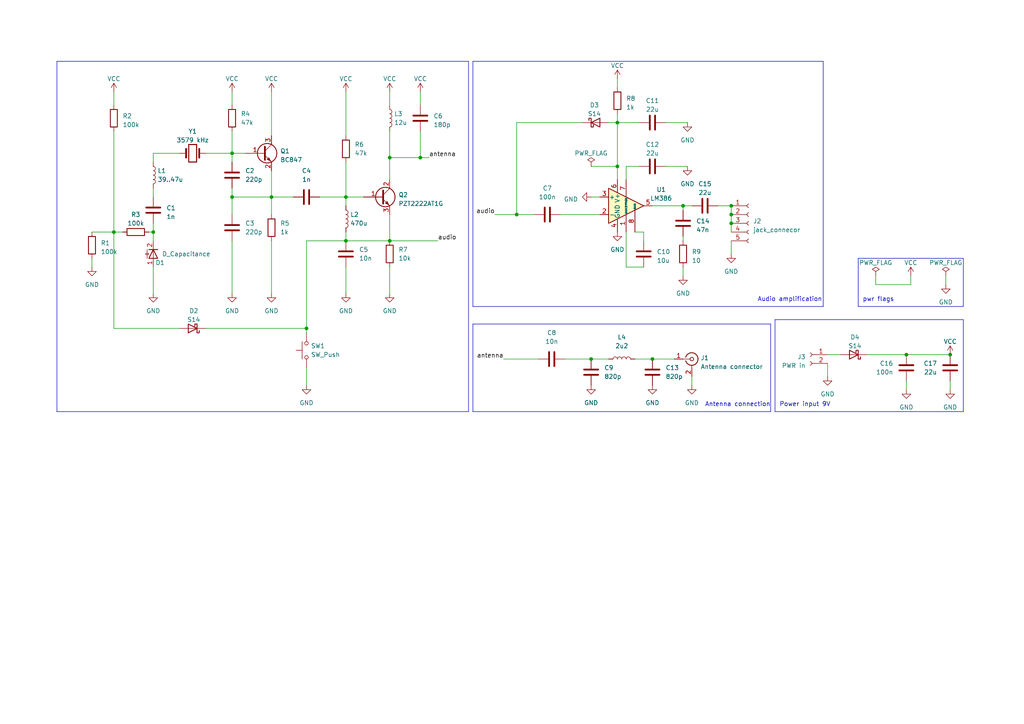
<source format=kicad_sch>
(kicad_sch (version 20230121) (generator eeschema)
  (paper "A4")
  (title_block (title "Morse Transciever BME") (date "2023-03-08"))
  (lib_symbols
    (symbol "Amplifier_Audio:LM386" (pin_names (offset 0.127))
      (property "Reference" "U" (at 1.27 7.62 0))
      (property "Value" "LM386" (at 1.27 5.08 0))
      (symbol "LM386_0_1"
        (polyline (pts (xy 5.08 0) (xy -5.08 5.08) (xy -5.08 -5.08) (xy 5.08 0)) (stroke (width 0.254)) (fill (type background)))
      )
      (symbol "LM386_1_1"
        (pin input line (at 0 -7.62 90) (length 5.08) (name "GAIN") (number "1"))
        (pin input line (at -7.62 -2.54 0) (length 2.54) (name "-") (number "2"))
        (pin input line (at -7.62 2.54 0) (length 2.54) (name "+") (number "3"))
        (pin power_in line (at -2.54 -7.62 90) (length 3.81) (name "GND") (number "4"))
        (pin output line (at 7.62 0 180) (length 2.54) (name "~") (number "5"))
        (pin power_in line (at -2.54 7.62 270) (length 3.81) (name "V+") (number "6"))
        (pin input line (at 0 7.62 270) (length 5.08) (name "BYPASS") (number "7"))
        (pin input line (at 2.54 -7.62 90) (length 6.35) (name "GAIN") (number "8"))
      )
    )
    (symbol "Connector:Conn_01x02_Socket" (pin_names (offset 1.016) hide)
      (property "Reference" "J" (at 0 2.54 0))
      (property "Value" "Conn_01x02_Socket" (at 0 -5.08 0))
      (symbol "Conn_01x02_Socket_1_1"
        (arc (start 0 -2.032) (mid -0.5058 -2.54) (end 0 -3.048) (stroke (width 0.1524)))
        (polyline (pts (xy -1.27 -2.54) (xy -0.508 -2.54)) (stroke (width 0.1524)))
        (polyline (pts (xy -1.27 0) (xy -0.508 0)) (stroke (width 0.1524)))
        (arc (start 0 0.508) (mid -0.5058 0) (end 0 -0.508) (stroke (width 0.1524)))
        (pin passive line (at -5.08 0 0) (length 3.81) (name "Pin_1") (number "1"))
        (pin passive line (at -5.08 -2.54 0) (length 3.81) (name "Pin_2") (number "2"))
      )
    )
    (symbol "Connector:Conn_01x05_Socket" (pin_names (offset 1.016) hide)
      (property "Reference" "J" (at 0 7.62 0))
      (property "Value" "Conn_01x05_Socket" (at 0 -7.62 0))
      (symbol "Conn_01x05_Socket_1_1"
        (arc (start 0 -4.572) (mid -0.5058 -5.08) (end 0 -5.588) (stroke (width 0.1524)))
        (arc (start 0 -2.032) (mid -0.5058 -2.54) (end 0 -3.048) (stroke (width 0.1524)))
        (polyline (pts (xy -1.27 -5.08) (xy -0.508 -5.08)) (stroke (width 0.1524)))
        (polyline (pts (xy -1.27 -2.54) (xy -0.508 -2.54)) (stroke (width 0.1524)))
        (polyline (pts (xy -1.27 0) (xy -0.508 0)) (stroke (width 0.1524)))
        (polyline (pts (xy -1.27 2.54) (xy -0.508 2.54)) (stroke (width 0.1524)))
        (polyline (pts (xy -1.27 5.08) (xy -0.508 5.08)) (stroke (width 0.1524)))
        (arc (start 0 0.508) (mid -0.5058 0) (end 0 -0.508) (stroke (width 0.1524)))
        (arc (start 0 3.048) (mid -0.5058 2.54) (end 0 2.032) (stroke (width 0.1524)))
        (arc (start 0 5.588) (mid -0.5058 5.08) (end 0 4.572) (stroke (width 0.1524)))
        (pin passive line (at -5.08 5.08 0) (length 3.81) (name "Pin_1") (number "1"))
        (pin passive line (at -5.08 2.54 0) (length 3.81) (name "Pin_2") (number "2"))
        (pin passive line (at -5.08 0 0) (length 3.81) (name "Pin_3") (number "3"))
        (pin passive line (at -5.08 -2.54 0) (length 3.81) (name "Pin_4") (number "4"))
        (pin passive line (at -5.08 -5.08 0) (length 3.81) (name "Pin_5") (number "5"))
      )
    )
    (symbol "Connector:Conn_Coaxial" (pin_names (offset 1.016) hide)
      (property "Reference" "J" (at 0.254 3.048 0))
      (property "Value" "Conn_Coaxial" (at 2.921 0 90))
      (symbol "Conn_Coaxial_0_1"
        (arc (start -1.778 -0.508) (mid 0.2311 -1.8066) (end 1.778 0) (stroke (width 0.254)))
        (polyline (pts (xy -2.54 0) (xy -0.508 0)))
        (polyline (pts (xy 0 -2.54) (xy 0 -1.778)))
        (circle (center 0 0) (radius 0.508) (stroke (width 0.2032)))
        (arc (start 1.778 0) (mid 0.2099 1.8101) (end -1.778 0.508) (stroke (width 0.254)))
      )
      (symbol "Conn_Coaxial_1_1"
        (pin passive line (at -5.08 0 0) (length 2.54) (name "In") (number "1"))
        (pin passive line (at 0 -5.08 90) (length 2.54) (name "Ext") (number "2"))
      )
    )
    (symbol "Device:C" (pin_numbers hide) (pin_names (offset 0.254))
      (property "Reference" "C" (at 0.635 2.54 0))
      (property "Value" "C" (at 0.635 -2.54 0))
      (symbol "C_0_1"
        (polyline (pts (xy -2.032 -0.762) (xy 2.032 -0.762)) (stroke (width 0.508)))
        (polyline (pts (xy -2.032 0.762) (xy 2.032 0.762)) (stroke (width 0.508)))
      )
      (symbol "C_1_1"
        (pin passive line (at 0 3.81 270) (length 2.794) (name "~") (number "1"))
        (pin passive line (at 0 -3.81 90) (length 2.794) (name "~") (number "2"))
      )
    )
    (symbol "Device:Crystal" (pin_numbers hide) (pin_names (offset 1.016) hide)
      (property "Reference" "Y" (at 0 3.81 0))
      (property "Value" "Crystal" (at 0 -3.81 0))
      (symbol "Crystal_0_1"
        (rectangle (start -1.143 2.54) (end 1.143 -2.54) (stroke (width 0.3048)))
        (polyline (pts (xy -2.54 0) (xy -1.905 0)))
        (polyline (pts (xy -1.905 -1.27) (xy -1.905 1.27)) (stroke (width 0.508)))
        (polyline (pts (xy 1.905 -1.27) (xy 1.905 1.27)) (stroke (width 0.508)))
        (polyline (pts (xy 2.54 0) (xy 1.905 0)))
      )
      (symbol "Crystal_1_1"
        (pin passive line (at -3.81 0 0) (length 1.27) (name "1") (number "1"))
        (pin passive line (at 3.81 0 180) (length 1.27) (name "2") (number "2"))
      )
    )
    (symbol "Device:D_Capacitance" (pin_names (offset 1.016) hide)
      (property "Reference" "D1" (at 2.54 0.635 90))
      (property "Value" "D_Capacitance" (at 2.54 -1.905 90))
      (symbol "D_Capacitance_0_1"
        (polyline (pts (xy -1.27 -1.778) (xy -0.1524 -1.778)))
        (polyline (pts (xy -1.27 0) (xy 1.27 0)))
        (polyline (pts (xy -1.27 1.27) (xy -1.27 -1.27)) (stroke (width 0.254)))
        (polyline (pts (xy -0.1524 -1.27) (xy -0.1524 -2.286)))
        (polyline (pts (xy 0.1524 -1.778) (xy 1.27 -1.778)))
        (polyline (pts (xy 0.1524 -1.27) (xy 0.1524 -2.286)))
        (polyline (pts (xy 1.27 1.27) (xy 1.27 -1.27) (xy -1.27 0) (xy 1.27 1.27)) (stroke (width 0.254)))
      )
      (symbol "D_Capacitance_1_1"
        (pin passive line (at 3.81 0 180) (length 2.54) (name "K") (number "1"))
        (pin passive line (at -3.81 0 0) (length 2.54) (name "A") (number "2"))
      )
    )
    (symbol "Device:D_Schottky" (pin_numbers hide) (pin_names (offset 1.016) hide)
      (property "Reference" "D" (at 0 2.54 0))
      (property "Value" "D_Schottky" (at 0 -2.54 0))
      (symbol "D_Schottky_0_1"
        (polyline (pts (xy 1.27 0) (xy -1.27 0)))
        (polyline (pts (xy 1.27 1.27) (xy 1.27 -1.27) (xy -1.27 0) (xy 1.27 1.27)) (stroke (width 0.254)))
        (polyline (pts (xy -1.905 0.635) (xy -1.905 1.27) (xy -1.27 1.27) (xy -1.27 -1.27) (xy -0.635 -1.27) (xy -0.635 -0.635)) (stroke (width 0.254)))
      )
      (symbol "D_Schottky_1_1"
        (pin passive line (at -3.81 0 0) (length 2.54) (name "K") (number "1"))
        (pin passive line (at 3.81 0 180) (length 2.54) (name "A") (number "2"))
      )
    )
    (symbol "Device:L" (pin_numbers hide) (pin_names (offset 1.016) hide)
      (property "Reference" "L" (at -1.27 0 90))
      (property "Value" "L" (at 1.905 0 90))
      (symbol "L_0_1"
        (arc (start 0 -2.54) (mid 0.6323 -1.905) (end 0 -1.27))
        (arc (start 0 -1.27) (mid 0.6323 -0.635) (end 0 0))
        (arc (start 0 0) (mid 0.6323 0.635) (end 0 1.27))
        (arc (start 0 1.27) (mid 0.6323 1.905) (end 0 2.54))
      )
      (symbol "L_1_1"
        (pin passive line (at 0 3.81 270) (length 1.27) (name "1") (number "1"))
        (pin passive line (at 0 -3.81 90) (length 1.27) (name "2") (number "2"))
      )
    )
    (symbol "Device:Q_NPN_BCE" (pin_names (offset 0) hide)
      (property "Reference" "Q" (at 5.08 1.27 0))
      (property "Value" "Q_NPN_BCE" (at 5.08 -1.27 0))
      (symbol "Q_NPN_BCE_0_1"
        (polyline (pts (xy 0.635 0.635) (xy 2.54 2.54)))
        (polyline (pts (xy 0.635 -0.635) (xy 2.54 -2.54) (xy 2.54 -2.54)))
        (polyline (pts (xy 0.635 1.905) (xy 0.635 -1.905) (xy 0.635 -1.905)) (stroke (width 0.508)))
        (polyline (pts (xy 1.27 -1.778) (xy 1.778 -1.27) (xy 2.286 -2.286) (xy 1.27 -1.778) (xy 1.27 -1.778)) (fill (type outline)))
        (circle (center 1.27 0) (radius 2.8194) (stroke (width 0.254)))
      )
      (symbol "Q_NPN_BCE_1_1"
        (pin input line (at -5.08 0 0) (length 5.715) (name "B") (number "1"))
        (pin passive line (at 2.54 5.08 270) (length 2.54) (name "C") (number "2"))
        (pin passive line (at 2.54 -5.08 90) (length 2.54) (name "E") (number "3"))
      )
    )
    (symbol "Device:R" (pin_numbers hide) (pin_names (offset 0))
      (property "Reference" "R" (at 2.032 0 90))
      (property "Value" "R" (at 0 0 90))
      (symbol "R_0_1"
        (rectangle (start -1.016 -2.54) (end 1.016 2.54) (stroke (width 0.254)))
      )
      (symbol "R_1_1"
        (pin passive line (at 0 3.81 270) (length 1.27) (name "~") (number "1"))
        (pin passive line (at 0 -3.81 90) (length 1.27) (name "~") (number "2"))
      )
    )
    (symbol "Switch:SW_Push" (pin_numbers hide) (pin_names (offset 1.016) hide)
      (property "Reference" "SW" (at 1.27 2.54 0))
      (property "Value" "SW_Push" (at 0 -1.524 0))
      (symbol "SW_Push_0_1"
        (circle (center -2.032 0) (radius 0.508))
        (polyline (pts (xy 0 1.27) (xy 0 3.048)))
        (polyline (pts (xy 2.54 1.27) (xy -2.54 1.27)))
        (circle (center 2.032 0) (radius 0.508))
        (pin passive line (at -5.08 0 0) (length 2.54) (name "1") (number "1"))
        (pin passive line (at 5.08 0 180) (length 2.54) (name "2") (number "2"))
      )
    )
    (symbol "Transistor_BJT:BC847" (pin_names (offset 0) hide)
      (property "Reference" "Q" (at 5.08 1.905 0))
      (property "Value" "BC847" (at 5.08 0 0))
      (symbol "BC847_0_1"
        (polyline (pts (xy 0.635 0.635) (xy 2.54 2.54)))
        (polyline (pts (xy 0.635 -0.635) (xy 2.54 -2.54) (xy 2.54 -2.54)))
        (polyline (pts (xy 0.635 1.905) (xy 0.635 -1.905) (xy 0.635 -1.905)) (stroke (width 0.508)))
        (polyline (pts (xy 1.27 -1.778) (xy 1.778 -1.27) (xy 2.286 -2.286) (xy 1.27 -1.778) (xy 1.27 -1.778)) (fill (type outline)))
        (circle (center 1.27 0) (radius 2.8194) (stroke (width 0.254)))
      )
      (symbol "BC847_1_1"
        (pin input line (at -5.08 0 0) (length 5.715) (name "B") (number "1"))
        (pin passive line (at 2.54 -5.08 90) (length 2.54) (name "E") (number "2"))
        (pin passive line (at 2.54 5.08 270) (length 2.54) (name "C") (number "3"))
      )
    )
    (symbol "power:GND" (power) (pin_names (offset 0))
      (property "Value" "GND" (at 0 -3.81 0))
      (symbol "GND_0_1"
        (polyline (pts (xy 0 0) (xy 0 -1.27) (xy 1.27 -1.27) (xy 0 -2.54) (xy -1.27 -1.27) (xy 0 -1.27)))
      )
      (symbol "GND_1_1"
        (pin power_in line (at 0 0 270) (length 0) hide (name "GND") (number "1"))
      )
    )
    (symbol "power:PWR_FLAG" (power) (pin_numbers hide) (pin_names (offset 0) hide)
      (property "Value" "PWR_FLAG" (at 0 3.81 0))
      (symbol "PWR_FLAG_0_0"
        (pin power_out line (at 0 0 90) (length 0) (name "pwr") (number "1"))
      )
      (symbol "PWR_FLAG_0_1"
        (polyline (pts (xy 0 0) (xy 0 1.27) (xy -1.016 1.905) (xy 0 2.54) (xy 1.016 1.905) (xy 0 1.27)))
      )
    )
    (symbol "power:VCC" (power) (pin_names (offset 0))
      (property "Value" "VCC" (at 0 3.81 0))
      (symbol "VCC_0_1"
        (polyline (pts (xy -0.762 1.27) (xy 0 2.54)))
        (polyline (pts (xy 0 0) (xy 0 2.54)))
        (polyline (pts (xy 0 2.54) (xy 0.762 1.27)))
      )
      (symbol "VCC_1_1"
        (pin power_in line (at 0 0 90) (length 0) hide (name "VCC") (number "1"))
      )
    )
  )
  (junction (at 113.03 69.85))
  (junction (at 88.9 95.25))
  (junction (at 113.03 45.72))
  (junction (at 78.74 57.15))
  (junction (at 149.86 62.23))
  (junction (at 198.12 59.69))
  (junction (at 212.09 64.77))
  (junction (at 44.45 67.31))
  (junction (at 275.59 102.87))
  (junction (at 212.09 59.69))
  (junction (at 212.09 62.23))
  (junction (at 67.31 57.15))
  (junction (at 33.02 67.31))
  (junction (at 171.45 104.14))
  (junction (at 67.31 44.45))
  (junction (at 189.23 104.14))
  (junction (at 179.07 48.26))
  (junction (at 100.33 69.85))
  (junction (at 179.07 35.56))
  (junction (at 121.92 45.72))
  (junction (at 262.89 102.87))
  (junction (at 100.33 57.15))
  (wire (pts (xy 113.03 69.85) (xy 127 69.85)))
  (wire (pts (xy 251.46 102.87) (xy 262.89 102.87)))
  (wire (pts (xy 44.45 46.99) (xy 44.45 44.45)))
  (wire (pts (xy 162.56 62.23) (xy 173.99 62.23)))
  (wire (pts (xy 184.15 104.14) (xy 189.23 104.14)))
  (wire (pts (xy 100.33 57.15) (xy 100.33 59.69)))
  (wire (pts (xy 44.45 54.61) (xy 44.45 57.15)))
  (wire (pts (xy 181.61 48.26) (xy 181.61 52.07)))
  (wire (pts (xy 113.03 45.72) (xy 121.92 45.72)))
  (wire (pts (xy 208.28 59.69) (xy 212.09 59.69)))
  (wire (pts (xy 33.02 38.1) (xy 33.02 67.31)))
  (wire (pts (xy 240.03 105.41) (xy 240.03 109.22)))
  (wire (pts (xy 92.71 57.15) (xy 100.33 57.15)))
  (wire (pts (xy 212.09 62.23) (xy 212.09 64.77)))
  (wire (pts (xy 176.53 35.56) (xy 179.07 35.56)))
  (wire (pts (xy 44.45 77.47) (xy 44.45 85.09)))
  (polyline (pts (xy 135.89 17.78) (xy 16.51 17.78)))
  (wire (pts (xy 143.51 62.23) (xy 149.86 62.23)))
  (wire (pts (xy 275.59 110.49) (xy 275.59 113.03)))
  (wire (pts (xy 168.91 35.56) (xy 149.86 35.56)))
  (wire (pts (xy 67.31 26.67) (xy 67.31 30.48)))
  (wire (pts (xy 121.92 45.72) (xy 124.46 45.72)))
  (wire (pts (xy 179.07 33.02) (xy 179.07 35.56)))
  (wire (pts (xy 33.02 95.25) (xy 33.02 67.31)))
  (polyline (pts (xy 238.76 17.78) (xy 137.16 17.78)))
  (wire (pts (xy 212.09 64.77) (xy 212.09 67.31)))
  (wire (pts (xy 44.45 44.45) (xy 52.07 44.45)))
  (wire (pts (xy 78.74 49.53) (xy 78.74 57.15)))
  (wire (pts (xy 26.67 67.31) (xy 33.02 67.31)))
  (wire (pts (xy 67.31 54.61) (xy 67.31 57.15)))
  (polyline (pts (xy 137.16 88.9) (xy 238.76 88.9)))
  (wire (pts (xy 59.69 95.25) (xy 88.9 95.25)))
  (wire (pts (xy 88.9 69.85) (xy 88.9 95.25)))
  (wire (pts (xy 113.03 62.23) (xy 113.03 69.85)))
  (polyline (pts (xy 135.89 119.38) (xy 135.89 17.78)))
  (wire (pts (xy 171.45 57.15) (xy 173.99 57.15)))
  (wire (pts (xy 43.18 67.31) (xy 44.45 67.31)))
  (wire (pts (xy 44.45 67.31) (xy 44.45 69.85)))
  (wire (pts (xy 181.61 67.31) (xy 181.61 77.47)))
  (polyline (pts (xy 137.16 93.98) (xy 137.16 119.38)))
  (wire (pts (xy 186.69 67.31) (xy 186.69 69.85)))
  (wire (pts (xy 100.33 77.47) (xy 100.33 85.09)))
  (wire (pts (xy 274.32 80.01) (xy 274.32 82.55)))
  (wire (pts (xy 121.92 45.72) (xy 121.92 38.1)))
  (polyline (pts (xy 279.4 119.38) (xy 279.4 92.71)))
  (wire (pts (xy 184.15 67.31) (xy 186.69 67.31)))
  (wire (pts (xy 181.61 77.47) (xy 186.69 77.47)))
  (wire (pts (xy 100.33 39.37) (xy 100.33 26.67)))
  (wire (pts (xy 179.07 35.56) (xy 185.42 35.56)))
  (wire (pts (xy 171.45 104.14) (xy 176.53 104.14)))
  (wire (pts (xy 33.02 67.31) (xy 35.56 67.31)))
  (wire (pts (xy 78.74 57.15) (xy 78.74 62.23)))
  (wire (pts (xy 149.86 62.23) (xy 154.94 62.23)))
  (wire (pts (xy 200.66 109.22) (xy 200.66 111.76)))
  (wire (pts (xy 113.03 45.72) (xy 113.03 52.07)))
  (wire (pts (xy 179.07 48.26) (xy 179.07 52.07)))
  (wire (pts (xy 67.31 44.45) (xy 67.31 46.99)))
  (wire (pts (xy 189.23 104.14) (xy 195.58 104.14)))
  (wire (pts (xy 33.02 95.25) (xy 52.07 95.25)))
  (wire (pts (xy 179.07 22.86) (xy 179.07 25.4)))
  (polyline (pts (xy 16.51 17.78) (xy 16.51 119.38)))
  (polyline (pts (xy 137.16 17.78) (xy 137.16 88.9)))
  (wire (pts (xy 88.9 106.68) (xy 88.9 111.76)))
  (wire (pts (xy 212.09 59.69) (xy 212.09 62.23)))
  (wire (pts (xy 243.84 102.87) (xy 240.03 102.87)))
  (wire (pts (xy 212.09 69.85) (xy 212.09 73.66)))
  (wire (pts (xy 198.12 68.58) (xy 198.12 69.85)))
  (wire (pts (xy 163.83 104.14) (xy 171.45 104.14)))
  (wire (pts (xy 254 82.55) (xy 254 80.01)))
  (wire (pts (xy 88.9 95.25) (xy 88.9 96.52)))
  (wire (pts (xy 67.31 44.45) (xy 71.12 44.45)))
  (wire (pts (xy 262.89 110.49) (xy 262.89 113.03)))
  (wire (pts (xy 78.74 57.15) (xy 85.09 57.15)))
  (wire (pts (xy 67.31 57.15) (xy 78.74 57.15)))
  (wire (pts (xy 59.69 44.45) (xy 67.31 44.45)))
  (wire (pts (xy 78.74 26.67) (xy 78.74 39.37)))
  (wire (pts (xy 113.03 77.47) (xy 113.03 85.09)))
  (wire (pts (xy 44.45 64.77) (xy 44.45 67.31)))
  (wire (pts (xy 179.07 35.56) (xy 179.07 48.26)))
  (wire (pts (xy 67.31 57.15) (xy 67.31 62.23)))
  (wire (pts (xy 100.33 67.31) (xy 100.33 69.85)))
  (polyline (pts (xy 224.79 119.38) (xy 279.4 119.38)))
  (wire (pts (xy 264.16 80.01) (xy 264.16 82.55)))
  (wire (pts (xy 121.92 26.67) (xy 121.92 30.48)))
  (wire (pts (xy 193.04 35.56) (xy 199.39 35.56)))
  (polyline (pts (xy 223.52 119.38) (xy 223.52 93.98)))
  (wire (pts (xy 264.16 82.55) (xy 254 82.55)))
  (wire (pts (xy 26.67 74.93) (xy 26.67 77.47)))
  (wire (pts (xy 146.05 104.14) (xy 156.21 104.14)))
  (polyline (pts (xy 238.76 88.9) (xy 238.76 17.78)))
  (wire (pts (xy 275.59 102.87) (xy 262.89 102.87)))
  (wire (pts (xy 113.03 38.1) (xy 113.03 45.72)))
  (wire (pts (xy 193.04 48.26) (xy 199.39 48.26)))
  (wire (pts (xy 113.03 26.67) (xy 113.03 30.48)))
  (polyline (pts (xy 224.79 92.71) (xy 279.4 92.71)))
  (wire (pts (xy 189.23 59.69) (xy 198.12 59.69)))
  (wire (pts (xy 100.33 57.15) (xy 105.41 57.15)))
  (wire (pts (xy 149.86 35.56) (xy 149.86 62.23)))
  (wire (pts (xy 185.42 48.26) (xy 181.61 48.26)))
  (polyline (pts (xy 224.79 92.71) (xy 224.79 119.38)))
  (wire (pts (xy 33.02 26.67) (xy 33.02 30.48)))
  (polyline (pts (xy 223.52 93.98) (xy 137.16 93.98)))
  (wire (pts (xy 100.33 57.15) (xy 100.33 46.99)))
  (polyline (pts (xy 16.51 119.38) (xy 135.89 119.38)))
  (polyline (pts (xy 137.16 119.38) (xy 223.52 119.38)))
  (wire (pts (xy 171.45 48.26) (xy 179.07 48.26)))
  (wire (pts (xy 88.9 69.85) (xy 100.33 69.85)))
  (wire (pts (xy 198.12 59.69) (xy 200.66 59.69)))
  (wire (pts (xy 100.33 69.85) (xy 113.03 69.85)))
  (wire (pts (xy 67.31 38.1) (xy 67.31 44.45)))
  (wire (pts (xy 78.74 69.85) (xy 78.74 85.09)))
  (wire (pts (xy 198.12 77.47) (xy 198.12 80.01)))
  (wire (pts (xy 198.12 59.69) (xy 198.12 60.96)))
  (wire (pts (xy 67.31 69.85) (xy 67.31 85.09)))
  (rectangle (start 248.92 74.93) (end 279.4 88.9))
  (text "Antenna connection" (at 204.47 118.11 0) (effects (font (size 1.27 1.27)) (justify left bottom)))
  (text "pwr flags" (at 250.19 87.63 0) (effects (font (size 1.27 1.27)) (justify left bottom)))
  (text "Audio amplification" (at 219.71 87.63 0) (effects (font (size 1.27 1.27)) (justify left bottom)))
  (text "Power input 9V" (at 226.06 118.11 0) (effects (font (size 1.27 1.27)) (justify left bottom)))
  (label "antenna" (at 146.05 104.14 180))
  (label "audio" (at 127 69.85 0))
  (label "antenna" (at 124.46 45.72 0))
  (label "audio" (at 143.51 62.23 180))
  (symbol (lib_id "Device:C") (at 186.69 73.66 0) (unit 1)
    (property "Reference" "C10" (at 190.5 73.025 0) (effects (justify left)))
    (property "Value" "10u" (at 190.5 75.565 0) (effects (justify left)))
    (property "Footprint" "Capacitor_SMD:C_0805_2012Metric_Pad1.18x1.45mm_HandSolder" (effects hide))
  )
  (symbol (lib_id "Device:C") (at 158.75 62.23 90) (unit 1)
    (property "Reference" "C7" (at 158.75 54.61 90))
    (property "Value" "100n" (at 158.75 57.15 90))
    (property "Footprint" "Capacitor_SMD:C_0805_2012Metric_Pad1.18x1.45mm_HandSolder" (effects hide))
  )
  (symbol (lib_id "Device:C") (at 67.31 66.04 0) (unit 1)
    (property "Reference" "C3" (at 71.12 64.7699 0) (effects (justify left)))
    (property "Value" "220p" (at 71.12 67.3099 0) (effects (justify left)))
    (property "Footprint" "Capacitor_SMD:C_0805_2012Metric_Pad1.18x1.45mm_HandSolder" (effects hide))
  )
  (symbol (lib_id "power:VCC") (at 121.92 26.67 0) (unit 1)
    (property "Reference" "#PWR013" (effects hide))
    (property "Value" "VCC" (at 121.92 22.86 0))
  )
  (symbol (lib_id "Device:C") (at 262.89 106.68 0) (mirror y) (unit 1)
    (property "Reference" "C16" (at 259.08 105.4099 0) (effects (justify left)))
    (property "Value" "100n" (at 259.08 107.9499 0) (effects (justify left)))
    (property "Footprint" "Capacitor_SMD:C_0805_2012Metric_Pad1.18x1.45mm_HandSolder" (effects hide))
  )
  (symbol (lib_id "power:VCC") (at 33.02 26.67 0) (unit 1)
    (property "Reference" "#PWR02" (effects hide))
    (property "Value" "VCC" (at 33.02 22.86 0))
  )
  (symbol (lib_id "Device:R") (at 33.02 34.29 0) (unit 1)
    (property "Reference" "R2" (at 35.56 33.655 0) (effects (justify left)))
    (property "Value" "100k" (at 35.56 36.195 0) (effects (justify left)))
  )
  (symbol (lib_id "Device:C") (at 44.45 60.96 0) (unit 1)
    (property "Reference" "C1" (at 48.26 60.325 0) (effects (justify left)))
    (property "Value" "1n" (at 48.26 62.865 0) (effects (justify left)))
    (property "Footprint" "Capacitor_SMD:C_0805_2012Metric_Pad1.18x1.45mm_HandSolder" (effects hide))
  )
  (symbol (lib_id "Device:L") (at 44.45 50.8 0) (unit 1)
    (property "Reference" "L1" (at 45.72 49.5299 0) (effects (justify left)))
    (property "Value" "39..47u" (at 45.72 52.0699 0) (effects (justify left)))
  )
  (symbol (lib_id "power:VCC") (at 179.07 22.86 0) (unit 1)
    (property "Reference" "#PWR016" (effects hide))
    (property "Value" "VCC" (at 179.07 19.05 0))
  )
  (symbol (lib_id "Device:R") (at 26.67 71.12 0) (unit 1)
    (property "Reference" "R1" (at 29.21 70.485 0) (effects (justify left)))
    (property "Value" "100k" (at 29.21 73.025 0) (effects (justify left)))
  )
  (symbol (lib_id "Connector:Conn_01x02_Socket") (at 234.95 102.87 0) (mirror y) (unit 1)
    (property "Reference" "J3" (at 233.68 103.505 0) (effects (justify left)))
    (property "Value" "PWR in" (at 233.68 106.045 0) (effects (justify left)))
  )
  (symbol (lib_id "Device:D_Schottky") (at 55.88 95.25 180) (unit 1)
    (property "Reference" "D2" (at 56.1975 90.17 0))
    (property "Value" "S14" (at 56.1975 92.71 0))
    (property "Footprint" "Diode_SMD:D_SOD-123" (effects hide))
  )
  (symbol (lib_id "Device:L") (at 113.03 34.29 0) (unit 1)
    (property "Reference" "L3" (at 114.3 33.0199 0) (effects (justify left)))
    (property "Value" "12u" (at 114.3 35.5599 0) (effects (justify left)))
  )
  (symbol (lib_id "power:GND") (at 100.33 85.09 0) (unit 1)
    (property "Reference" "#PWR010" (effects hide))
    (property "Value" "GND" (at 100.33 90.17 0))
  )
  (symbol (lib_id "power:VCC") (at 275.59 102.87 0) (unit 1)
    (property "Reference" "#PWR028" (effects hide))
    (property "Value" "VCC" (at 275.59 99.06 0))
  )
  (symbol (lib_id "Device:R") (at 198.12 73.66 0) (unit 1)
    (property "Reference" "R9" (at 200.66 73.025 0) (effects (justify left)))
    (property "Value" "10" (at 200.66 75.565 0) (effects (justify left)))
  )
  (symbol (lib_id "Amplifier_Audio:LM386") (at 181.61 59.69 0) (unit 1)
    (property "Reference" "U1" (at 191.77 54.991 0))
    (property "Value" "LM386" (at 191.77 57.531 0))
    (property "Datasheet" "http://www.ti.com/lit/ds/symlink/lm386.pdf" (effects hide))
  )
  (symbol (lib_id "power:VCC") (at 78.74 26.67 0) (unit 1)
    (property "Reference" "#PWR06" (effects hide))
    (property "Value" "VCC" (at 78.74 22.86 0))
  )
  (symbol (lib_id "Device:C") (at 189.23 48.26 90) (unit 1)
    (property "Reference" "C12" (at 189.23 41.91 90))
    (property "Value" "22u" (at 189.23 44.45 90))
    (property "Footprint" "Capacitor_SMD:C_0805_2012Metric_Pad1.18x1.45mm_HandSolder" (effects hide))
  )
  (symbol (lib_id "power:PWR_FLAG") (at 171.45 48.26 0) (unit 1)
    (property "Reference" "#FLG01" (effects hide))
    (property "Value" "PWR_FLAG" (at 171.45 44.45 0))
  )
  (symbol (lib_id "Device:C") (at 198.12 64.77 0) (unit 1)
    (property "Reference" "C14" (at 201.93 64.135 0) (effects (justify left)))
    (property "Value" "47n" (at 201.93 66.675 0) (effects (justify left)))
    (property "Footprint" "Capacitor_SMD:C_0805_2012Metric_Pad1.18x1.45mm_HandSolder" (effects hide))
  )
  (symbol (lib_id "Device:R") (at 179.07 29.21 0) (unit 1)
    (property "Reference" "R8" (at 181.61 28.575 0) (effects (justify left)))
    (property "Value" "1k" (at 181.61 31.115 0) (effects (justify left)))
  )
  (symbol (lib_id "power:GND") (at 67.31 85.09 0) (unit 1)
    (property "Reference" "#PWR05" (effects hide))
    (property "Value" "GND" (at 67.31 90.17 0))
  )
  (symbol (lib_id "Device:R") (at 39.37 67.31 90) (unit 1)
    (property "Reference" "R3" (at 39.37 62.23 90))
    (property "Value" "100k" (at 39.37 64.77 90))
  )
  (symbol (lib_id "Device:C") (at 189.23 35.56 90) (unit 1)
    (property "Reference" "C11" (at 189.23 29.21 90))
    (property "Value" "22u" (at 189.23 31.75 90))
    (property "Footprint" "Capacitor_SMD:C_0805_2012Metric_Pad1.18x1.45mm_HandSolder" (effects hide))
  )
  (symbol (lib_id "Device:D_Capacitance") (at 44.45 73.66 270) (unit 1)
    (property "Reference" "D1" (at 45.085 76.2 90) (effects (justify left)))
    (property "Value" "D_Capacitance" (at 46.99 73.66 90) (effects (justify left)))
  )
  (symbol (lib_id "Device:C") (at 121.92 34.29 0) (unit 1)
    (property "Reference" "C6" (at 125.73 33.655 0) (effects (justify left)))
    (property "Value" "180p" (at 125.73 36.195 0) (effects (justify left)))
    (property "Footprint" "Capacitor_SMD:C_0805_2012Metric_Pad1.18x1.45mm_HandSolder" (effects hide))
  )
  (symbol (lib_id "Device:R") (at 78.74 66.04 0) (unit 1)
    (property "Reference" "R5" (at 81.28 64.7699 0) (effects (justify left)))
    (property "Value" "1k" (at 81.28 67.3099 0) (effects (justify left)))
  )
  (symbol (lib_id "Transistor_BJT:BC847") (at 76.2 44.45 0) (unit 1)
    (property "Reference" "Q1" (at 81.28 43.815 0) (effects (justify left)))
    (property "Value" "BC847" (at 81.28 46.355 0) (effects (justify left)))
    (property "Footprint" "Package_TO_SOT_SMD:SOT-23" (effects hide))
    (property "Datasheet" "http://www.infineon.com/dgdl/Infineon-BC847SERIES_BC848SERIES_BC849SERIES_BC850SERIES-DS-v01_01-en.pdf?fileId=db3a304314dca389011541d4630a1657" (effects hide))
  )
  (symbol (lib_id "power:GND") (at 26.67 77.47 0) (unit 1)
    (property "Reference" "#PWR01" (effects hide))
    (property "Value" "GND" (at 26.67 82.55 0))
  )
  (symbol (lib_id "power:PWR_FLAG") (at 254 80.01 0) (unit 1)
    (property "Reference" "#FLG02" (effects hide))
    (property "Value" "PWR_FLAG" (at 254 76.2 0))
  )
  (symbol (lib_id "Device:C") (at 88.9 57.15 90) (unit 1)
    (property "Reference" "C4" (at 88.9 49.53 90))
    (property "Value" "1n" (at 88.9 52.07 90))
    (property "Footprint" "Capacitor_SMD:C_0805_2012Metric_Pad1.18x1.45mm_HandSolder" (effects hide))
  )
  (symbol (lib_id "power:GND") (at 179.07 67.31 0) (unit 1)
    (property "Reference" "#PWR017" (effects hide))
    (property "Value" "GND" (at 179.07 72.39 0))
  )
  (symbol (lib_id "power:VCC") (at 67.31 26.67 0) (unit 1)
    (property "Reference" "#PWR04" (effects hide))
    (property "Value" "VCC" (at 67.31 22.86 0))
  )
  (symbol (lib_id "Device:L") (at 180.34 104.14 90) (unit 1)
    (property "Reference" "L4" (at 180.34 97.79 90))
    (property "Value" "2u2" (at 180.34 100.33 90))
  )
  (symbol (lib_id "Device:C") (at 275.59 106.68 0) (mirror y) (unit 1)
    (property "Reference" "C17" (at 271.78 105.4099 0) (effects (justify left)))
    (property "Value" "22u" (at 271.78 107.9499 0) (effects (justify left)))
    (property "Footprint" "Capacitor_SMD:C_0805_2012Metric_Pad1.18x1.45mm_HandSolder" (effects hide))
  )
  (symbol (lib_id "Device:C") (at 160.02 104.14 90) (unit 1)
    (property "Reference" "C8" (at 160.02 96.52 90))
    (property "Value" "10n" (at 160.02 99.06 90))
    (property "Footprint" "Capacitor_SMD:C_0805_2012Metric_Pad1.18x1.45mm_HandSolder" (effects hide))
  )
  (symbol (lib_id "Device:D_Schottky") (at 172.72 35.56 0) (unit 1)
    (property "Reference" "D3" (at 172.4025 30.48 0))
    (property "Value" "S14" (at 172.4025 33.02 0))
    (property "Footprint" "Diode_SMD:D_SOD-123" (effects hide))
  )
  (symbol (lib_id "Device:C") (at 204.47 59.69 90) (unit 1)
    (property "Reference" "C15" (at 204.47 53.34 90))
    (property "Value" "22u" (at 204.47 55.88 90))
    (property "Footprint" "Capacitor_SMD:C_0805_2012Metric_Pad1.18x1.45mm_HandSolder" (effects hide))
  )
  (symbol (lib_id "Device:C") (at 171.45 107.95 180) (unit 1)
    (property "Reference" "C9" (at 175.26 106.6799 0) (effects (justify right)))
    (property "Value" "820p" (at 175.26 109.2199 0) (effects (justify right)))
    (property "Footprint" "Capacitor_SMD:C_0805_2012Metric_Pad1.18x1.45mm_HandSolder" (effects hide))
  )
  (symbol (lib_id "power:GND") (at 113.03 85.09 0) (unit 1)
    (property "Reference" "#PWR012" (effects hide))
    (property "Value" "GND" (at 113.03 90.17 0))
  )
  (symbol (lib_id "power:GND") (at 212.09 73.66 0) (unit 1)
    (property "Reference" "#PWR023" (effects hide))
    (property "Value" "GND" (at 212.09 78.74 0))
  )
  (symbol (lib_id "power:GND") (at 274.32 82.55 0) (unit 1)
    (property "Reference" "#PWR027" (effects hide))
    (property "Value" "GND" (at 274.32 87.63 0))
  )
  (symbol (lib_id "power:VCC") (at 113.03 26.67 0) (unit 1)
    (property "Reference" "#PWR011" (effects hide))
    (property "Value" "VCC" (at 113.03 22.86 0))
  )
  (symbol (lib_id "power:GND") (at 171.45 111.76 0) (unit 1)
    (property "Reference" "#PWR015" (effects hide))
    (property "Value" "GND" (at 171.45 116.84 0))
  )
  (symbol (lib_id "power:GND") (at 262.89 113.03 0) (mirror y) (unit 1)
    (property "Reference" "#PWR025" (effects hide))
    (property "Value" "GND" (at 262.89 118.11 0))
  )
  (symbol (lib_id "Device:C") (at 100.33 73.66 0) (unit 1)
    (property "Reference" "C5" (at 104.14 72.3899 0) (effects (justify left)))
    (property "Value" "10n" (at 104.14 74.9299 0) (effects (justify left)))
    (property "Footprint" "Capacitor_SMD:C_0805_2012Metric_Pad1.18x1.45mm_HandSolder" (effects hide))
  )
  (symbol (lib_id "power:GND") (at 198.12 80.01 0) (unit 1)
    (property "Reference" "#PWR019" (effects hide))
    (property "Value" "GND" (at 198.12 85.09 0))
  )
  (symbol (lib_id "power:PWR_FLAG") (at 274.32 80.01 0) (unit 1)
    (property "Reference" "#FLG03" (effects hide))
    (property "Value" "PWR_FLAG" (at 274.32 76.2 0))
  )
  (symbol (lib_id "Device:D_Schottky") (at 247.65 102.87 180) (unit 1)
    (property "Reference" "D4" (at 247.9675 97.79 0))
    (property "Value" "S14" (at 247.9675 100.33 0))
    (property "Footprint" "Diode_SMD:D_SOD-123" (effects hide))
  )
  (symbol (lib_id "power:GND") (at 44.45 85.09 0) (unit 1)
    (property "Reference" "#PWR03" (effects hide))
    (property "Value" "GND" (at 44.45 90.17 0))
  )
  (symbol (lib_id "Device:C") (at 67.31 50.8 0) (unit 1)
    (property "Reference" "C2" (at 71.12 49.5299 0) (effects (justify left)))
    (property "Value" "220p" (at 71.12 52.0699 0) (effects (justify left)))
    (property "Footprint" "Capacitor_SMD:C_0805_2012Metric_Pad1.18x1.45mm_HandSolder" (effects hide))
  )
  (symbol (lib_id "power:GND") (at 189.23 111.76 0) (unit 1)
    (property "Reference" "#PWR018" (effects hide))
    (property "Value" "GND" (at 189.23 116.84 0))
  )
  (symbol (lib_id "power:GND") (at 275.59 113.03 0) (mirror y) (unit 1)
    (property "Reference" "#PWR029" (effects hide))
    (property "Value" "GND" (at 275.59 118.11 0))
  )
  (symbol (lib_id "Device:Q_NPN_BCE") (at 110.49 57.15 0) (unit 1)
    (property "Reference" "Q2" (at 115.57 56.515 0) (effects (justify left)))
    (property "Value" "PZT2222AT1G" (at 115.57 59.055 0) (effects (justify left)))
  )
  (symbol (lib_id "Device:R") (at 67.31 34.29 0) (unit 1)
    (property "Reference" "R4" (at 69.85 33.0199 0) (effects (justify left)))
    (property "Value" "47k" (at 69.85 35.5599 0) (effects (justify left)))
  )
  (symbol (lib_id "power:GND") (at 171.45 57.15 270) (unit 1)
    (property "Reference" "#PWR014" (effects hide))
    (property "Value" "GND" (at 167.64 57.785 90) (effects (justify right)))
  )
  (symbol (lib_id "Device:L") (at 100.33 63.5 0) (unit 1)
    (property "Reference" "L2" (at 101.6 62.2299 0) (effects (justify left)))
    (property "Value" "470u" (at 101.6 64.7699 0) (effects (justify left)))
  )
  (symbol (lib_id "power:GND") (at 88.9 111.76 0) (unit 1)
    (property "Reference" "#PWR08" (effects hide))
    (property "Value" "GND" (at 88.9 116.84 0))
  )
  (symbol (lib_id "power:GND") (at 78.74 85.09 0) (unit 1)
    (property "Reference" "#PWR07" (effects hide))
    (property "Value" "GND" (at 78.74 90.17 0))
  )
  (symbol (lib_id "power:GND") (at 240.03 109.22 0) (mirror y) (unit 1)
    (property "Reference" "#PWR024" (effects hide))
    (property "Value" "GND" (at 240.03 114.3 0))
  )
  (symbol (lib_id "power:GND") (at 199.39 35.56 0) (unit 1)
    (property "Reference" "#PWR020" (effects hide))
    (property "Value" "GND" (at 199.39 40.64 0))
  )
  (symbol (lib_id "Device:C") (at 189.23 107.95 0) (unit 1)
    (property "Reference" "C13" (at 193.04 106.6799 0) (effects (justify left)))
    (property "Value" "820p" (at 193.04 109.2199 0) (effects (justify left)))
    (property "Footprint" "Capacitor_SMD:C_0805_2012Metric_Pad1.18x1.45mm_HandSolder" (effects hide))
  )
  (symbol (lib_id "Connector:Conn_01x05_Socket") (at 217.17 64.77 0) (unit 1)
    (property "Reference" "J2" (at 218.44 64.135 0) (effects (justify left)))
    (property "Value" "jack_connecor" (at 218.44 66.675 0) (effects (justify left)))
    (property "Footprint" "morse-custom-footprints:jack_audio_connector" (effects hide))
  )
  (symbol (lib_id "Device:R") (at 100.33 43.18 0) (unit 1)
    (property "Reference" "R6" (at 102.87 41.9099 0) (effects (justify left)))
    (property "Value" "47k" (at 102.87 44.4499 0) (effects (justify left)))
  )
  (symbol (lib_id "power:VCC") (at 100.33 26.67 0) (unit 1)
    (property "Reference" "#PWR09" (effects hide))
    (property "Value" "VCC" (at 100.33 22.86 0))
  )
  (symbol (lib_id "power:GND") (at 199.39 48.26 0) (unit 1)
    (property "Reference" "#PWR021" (effects hide))
    (property "Value" "GND" (at 199.39 53.34 0))
  )
  (symbol (lib_id "Connector:Conn_Coaxial") (at 200.66 104.14 0) (unit 1)
    (property "Reference" "J1" (at 203.2 103.7982 0) (effects (justify left)))
    (property "Value" "Antenna connector" (at 203.2 106.3382 0) (effects (justify left)))
    (property "Footprint" "morse-custom-footprints:sma_rf_connector" (effects hide))
    (property "Datasheet" " ~" (effects hide))
  )
  (symbol (lib_id "Device:R") (at 113.03 73.66 0) (unit 1)
    (property "Reference" "R7" (at 115.57 72.3899 0) (effects (justify left)))
    (property "Value" "10k" (at 115.57 74.9299 0) (effects (justify left)))
  )
  (symbol (lib_id "power:VCC") (at 264.16 80.01 0) (unit 1)
    (property "Reference" "#PWR026" (effects hide))
    (property "Value" "VCC" (at 264.16 76.2 0))
  )
  (symbol (lib_id "power:GND") (at 200.66 111.76 0) (unit 1)
    (property "Reference" "#PWR022" (effects hide))
    (property "Value" "GND" (at 200.66 116.84 0))
  )
  (symbol (lib_id "Device:Crystal") (at 55.88 44.45 0) (unit 1)
    (property "Reference" "Y1" (at 55.88 38.1 0))
    (property "Value" "3579 kHz" (at 55.88 40.64 0))
    (property "Footprint" "Crystal:Crystal_SMD_HC49-SD_HandSoldering" (effects hide))
  )
  (symbol (lib_id "Switch:SW_Push") (at 88.9 101.6 90) (unit 1)
    (property "Reference" "SW1" (at 90.17 100.3299 90) (effects (justify right)))
    (property "Value" "SW_Push" (at 90.17 102.8699 90) (effects (justify right)))
    (property "Footprint" "morse-custom-footprints:key" (effects hide))
  )
)
</source>
